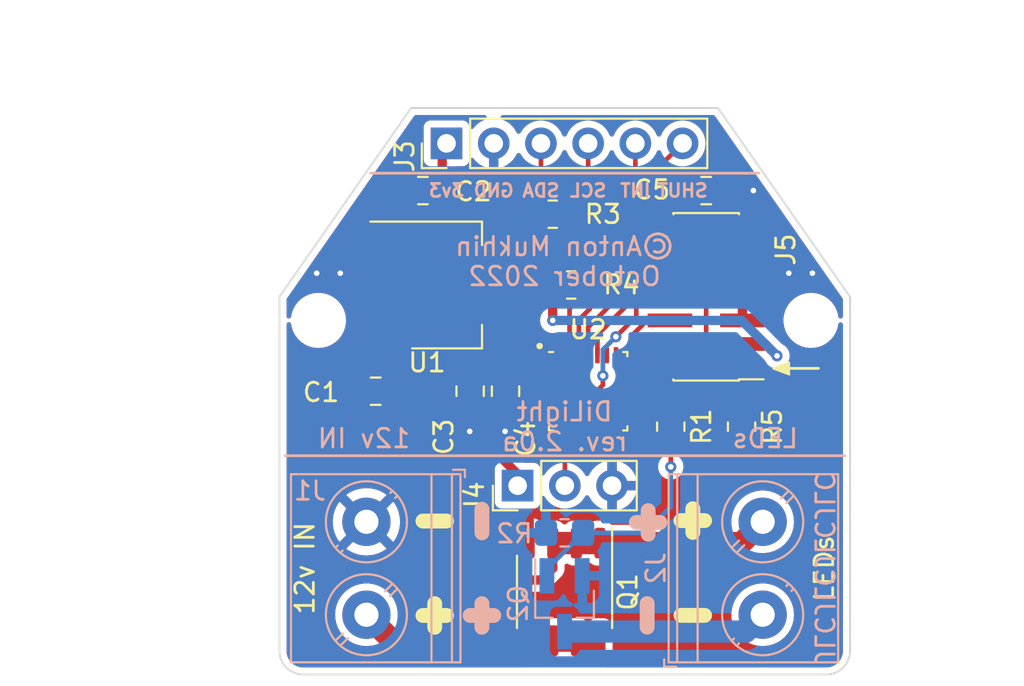
<source format=kicad_pcb>
(kicad_pcb (version 20211014) (generator pcbnew)
  (layers (0 "F.Cu" signal) (31 "B.Cu" signal) (34 "B.Paste" user) (35 "F.Paste" user) (36 "B.SilkS" user "B.Silkscreen") (37 "F.SilkS" user "F.Silkscreen") (38 "B.Mask" user) (39 "F.Mask" user) (44 "Edge.Cuts" user))
  (net 0 "")
  (net 1 "+12V")
  (net 2 "GND")
  (net 3 "+3V3")
  (net 4 "NRST")
  (net 5 "Net-(J1-Pad2)")
  (net 6 "Net-(J2-Pad1)")
  (net 7 "Sens_SDA")
  (net 8 "Sens_SCL")
  (net 9 "Sens_INT")
  (net 10 "Sens_SHUT")
  (net 11 "Btn_INT")
  (net 14 "SWDIO")
  (net 15 "SWCLK")
  (net 19 "Net-(J5-Pad11)")
  (net 22 "Net-(Q2-Pad1)")
  (net 23 "Net-(R1-Pad1)")
  (footprint "Connector_PinHeader_2.54mm:PinHeader_1x03_P2.54mm_Vertical" (layer "F.Cu") (at 33.035 36.83 90)
    (fp_text reference "J4" (at -0.635 -2.33 90) (layer "F.SilkS"))
    (fp_text value "Touch")
    (fp_line (start -1.33 0) (end -1.33 -1.33) (layer "F.SilkS") (width 0.12))
    (fp_line (start 1.33 1.27) (end 1.33 6.41) (layer "F.SilkS") (width 0.12))
    (fp_line (start -1.33 1.27) (end 1.33 1.27) (layer "F.SilkS") (width 0.12))
    (fp_line (start -1.33 -1.33) (end 0 -1.33) (layer "F.SilkS") (width 0.12))
    (fp_line (start -1.33 6.41) (end 1.33 6.41) (layer "F.SilkS") (width 0.12))
    (fp_line (start -1.33 1.27) (end -1.33 6.41) (layer "F.SilkS") (width 0.12))
    (pad "1" thru_hole rect (at 0 0 90) (size 1.7 1.7) (drill 1) (layers *.Cu *.Mask) (net 3 "+3V3"))
    (pad "2" thru_hole oval (at 0 2.54 90) (size 1.7 1.7) (drill 1) (layers *.Cu *.Mask) (net 11 "Btn_INT"))
    (pad "3" thru_hole oval (at 0 5.08 90) (size 1.7 1.7) (drill 1) (layers *.Cu *.Mask) (net 2 "GND"))
  )
  (footprint "Capacitor_SMD:C_0805_2012Metric_Pad1.18x1.45mm_HandSolder" (layer "F.Cu") (at 25.4 31.75 180)
    (fp_text reference "C1" (at 2.94 -0.06) (layer "F.SilkS"))
    (fp_text value "10u")
    (fp_line (start -0.261252 -0.735) (end 0.261252 -0.735) (layer "F.SilkS") (width 0.12))
    (fp_line (start -0.261252 0.735) (end 0.261252 0.735) (layer "F.SilkS") (width 0.12))
    (pad "1" smd roundrect (at -1.0375 0 180) (size 1.175 1.45) (layers "F.Cu" "F.Paste" "F.Mask") (roundrect_rratio 0.212766) (net 1 "+12V"))
    (pad "2" smd roundrect (at 1.0375 0 180) (size 1.175 1.45) (layers "F.Cu" "F.Paste" "F.Mask") (roundrect_rratio 0.212766) (net 2 "GND"))
  )
  (footprint "MountingHole:MountingHole_2.2mm_M2_DIN965" (layer "F.Cu") (at 22.32 27.94)
    (fp_text reference "H1" hide)
    (fp_text value "M2")
    (pad "" np_thru_hole circle (at 0 0) (size 2.2 2.2) (drill 2.2) (layers *.Cu *.Mask))
  )
  (footprint "Connector_PinHeader_1.27mm:PinHeader_2x07_P1.27mm_Vertical_SMD" (layer "F.Cu") (at 43.18 26.67 180)
    (fp_text reference "J5" (at -4.28 2.54 90) (layer "F.SilkS"))
    (fp_text value "ST Link V3")
    (fp_line (start -1.765 4.44) (end -1.765 4.505) (layer "F.SilkS") (width 0.12))
    (fp_line (start 1.765 4.44) (end 1.765 4.505) (layer "F.SilkS") (width 0.12))
    (fp_line (start -1.765 -4.505) (end 1.765 -4.505) (layer "F.SilkS") (width 0.12))
    (fp_line (start -1.765 -4.505) (end -1.765 -4.44) (layer "F.SilkS") (width 0.12))
    (fp_line (start 1.765 -4.505) (end 1.765 -4.44) (layer "F.SilkS") (width 0.12))
    (fp_line (start -1.765 4.505) (end 1.765 4.505) (layer "F.SilkS") (width 0.12))
    (fp_line (start -3.09 -4.44) (end -1.765 -4.44) (layer "F.SilkS") (width 0.12))
    (pad "1" smd rect (at -1.95 -3.81 180) (size 2.4 0.74) (layers "F.Cu" "F.Paste" "F.Mask"))
    (pad "2" smd rect (at 1.95 -3.81 180) (size 2.4 0.74) (layers "F.Cu" "F.Paste" "F.Mask"))
    (pad "3" smd rect (at -1.95 -2.54 180) (size 2.4 0.74) (layers "F.Cu" "F.Paste" "F.Mask") (net 3 "+3V3"))
    (pad "4" smd rect (at 1.95 -2.54 180) (size 2.4 0.74) (layers "F.Cu" "F.Paste" "F.Mask") (net 14 "SWDIO"))
    (pad "5" smd rect (at -1.95 -1.27 180) (size 2.4 0.74) (layers "F.Cu" "F.Paste" "F.Mask") (net 2 "GND"))
    (pad "6" smd rect (at 1.95 -1.27 180) (size 2.4 0.74) (layers "F.Cu" "F.Paste" "F.Mask") (net 15 "SWCLK"))
    (pad "7" smd rect (at -1.95 0 180) (size 2.4 0.74) (layers "F.Cu" "F.Paste" "F.Mask") (net 2 "GND"))
    (pad "8" smd rect (at 1.95 0 180) (size 2.4 0.74) (layers "F.Cu" "F.Paste" "F.Mask"))
    (pad "9" smd rect (at -1.95 1.27 180) (size 2.4 0.74) (layers "F.Cu" "F.Paste" "F.Mask"))
    (pad "10" smd rect (at 1.95 1.27 180) (size 2.4 0.74) (layers "F.Cu" "F.Paste" "F.Mask"))
    (pad "11" smd rect (at -1.95 2.54 180) (size 2.4 0.74) (layers "F.Cu" "F.Paste" "F.Mask") (net 19 "Net-(J5-Pad11)"))
    (pad "12" smd rect (at 1.95 2.54 180) (size 2.4 0.74) (layers "F.Cu" "F.Paste" "F.Mask") (net 4 "NRST"))
    (pad "13" smd rect (at -1.95 3.81 180) (size 2.4 0.74) (layers "F.Cu" "F.Paste" "F.Mask"))
    (pad "14" smd rect (at 1.95 3.81 180) (size 2.4 0.74) (layers "F.Cu" "F.Paste" "F.Mask"))
  )
  (footprint "Package_DFN_QFN:QFN-28_4x4mm_P0.5mm" (layer "F.Cu") (at 36.83 31.75)
    (fp_text reference "U2" (at 0 -3.32) (layer "F.SilkS"))
    (fp_text value "STM32G031G8Ux")
    (fp_line (start -1.885 2.11) (end -2.11 2.11) (layer "F.SilkS") (width 0.12))
    (fp_line (start 2.11 -2.11) (end 2.11 -1.885) (layer "F.SilkS") (width 0.12))
    (fp_line (start 1.885 2.11) (end 2.11 2.11) (layer "F.SilkS") (width 0.12))
    (fp_line (start 1.885 -2.11) (end 2.11 -2.11) (layer "F.SilkS") (width 0.12))
    (fp_line (start 2.11 2.11) (end 2.11 1.885) (layer "F.SilkS") (width 0.12))
    (fp_line (start -2.11 2.11) (end -2.11 1.885) (layer "F.SilkS") (width 0.12))
    (fp_line (start -1.885 -2.11) (end -2.11 -2.11) (layer "F.SilkS") (width 0.12))
    (pad "1" smd custom (at -1.9975 -1.5) (size 0.136863 0.136863) (layers "F.Cu" "F.Paste" "F.Mask") (options (clearance outline) (anchor circle)) (primitives (gr_poly (pts (xy 0.3325 0.05364) (xy 0.3325 0.08) (xy -0.3325 0.08) (xy -0.3325 -0.08) (xy 0.19886 -0.08)) (width 0.09) (fill yes))))
    (pad "2" smd roundrect (at -1.9375 -1) (size 0.875 0.25) (layers "F.Cu" "F.Paste" "F.Mask"))
    (pad "3" smd roundrect (at -1.9375 -0.5) (size 0.875 0.25) (layers "F.Cu" "F.Paste" "F.Mask") (net 3 "+3V3"))
    (pad "4" smd roundrect (at -1.9375 0) (size 0.875 0.25) (layers "F.Cu" "F.Paste" "F.Mask") (net 2 "GND"))
    (pad "5" smd roundrect (at -1.9375 0.5) (size 0.875 0.25) (layers "F.Cu" "F.Paste" "F.Mask") (net 4 "NRST"))
    (pad "6" smd roundrect (at -1.9375 1) (size 0.875 0.25) (layers "F.Cu" "F.Paste" "F.Mask") (net 11 "Btn_INT"))
    (pad "7" smd custom (at -1.9975 1.5) (size 0.136863 0.136863) (layers "F.Cu" "F.Paste" "F.Mask") (options (clearance outline) (anchor circle)) (primitives (gr_poly (pts (xy 0.3325 -0.05364) (xy 0.19886 0.08) (xy -0.3325 0.08) (xy -0.3325 -0.08) (xy 0.3325 -0.08)) (width 0.09) (fill yes))))
    (pad "8" smd custom (at -1.5 1.9975) (size 0.136863 0.136863) (layers "F.Cu" "F.Paste" "F.Mask") (options (clearance outline) (anchor circle)) (primitives (gr_poly (pts (xy 0.08 0.3325) (xy -0.08 0.3325) (xy -0.08 -0.19886) (xy 0.05364 -0.3325) (xy 0.08 -0.3325)) (width 0.09) (fill yes))))
    (pad "9" smd roundrect (at -1 1.9375) (size 0.25 0.875) (layers "F.Cu" "F.Paste" "F.Mask"))
    (pad "10" smd roundrect (at -0.5 1.9375) (size 0.25 0.875) (layers "F.Cu" "F.Paste" "F.Mask"))
    (pad "11" smd roundrect (at 0 1.9375) (size 0.25 0.875) (layers "F.Cu" "F.Paste" "F.Mask"))
    (pad "12" smd roundrect (at 0.5 1.9375) (size 0.25 0.875) (layers "F.Cu" "F.Paste" "F.Mask"))
    (pad "13" smd roundrect (at 1 1.9375) (size 0.25 0.875) (layers "F.Cu" "F.Paste" "F.Mask"))
    (pad "14" smd custom (at 1.5 1.9975) (size 0.136863 0.136863) (layers "F.Cu" "F.Paste" "F.Mask") (options (clearance outline) (anchor circle)) (primitives (gr_poly (pts (xy 0.08 -0.19886) (xy 0.08 0.3325) (xy -0.08 0.3325) (xy -0.08 -0.3325) (xy -0.05364 -0.3325)) (width 0.09) (fill yes))))
    (pad "15" smd custom (at 1.9975 1.5) (size 0.136863 0.136863) (layers "F.Cu" "F.Paste" "F.Mask") (options (clearance outline) (anchor circle)) (primitives (gr_poly (pts (xy 0.3325 0.08) (xy -0.19886 0.08) (xy -0.3325 -0.05364) (xy -0.3325 -0.08) (xy 0.3325 -0.08)) (width 0.09) (fill yes))))
    (pad "16" smd roundrect (at 1.9375 1) (size 0.875 0.25) (layers "F.Cu" "F.Paste" "F.Mask"))
    (pad "17" smd roundrect (at 1.9375 0.5) (size 0.875 0.25) (layers "F.Cu" "F.Paste" "F.Mask") (net 23 "Net-(R1-Pad1)"))
    (pad "18" smd roundrect (at 1.9375 0) (size 0.875 0.25) (layers "F.Cu" "F.Paste" "F.Mask"))
    (pad "19" smd roundrect (at 1.9375 -0.5) (size 0.875 0.25) (layers "F.Cu" "F.Paste" "F.Mask"))
    (pad "20" smd roundrect (at 1.9375 -1) (size 0.875 0.25) (layers "F.Cu" "F.Paste" "F.Mask") (net 14 "SWDIO"))
    (pad "21" smd custom (at 1.9975 -1.5) (size 0.136863 0.136863) (layers "F.Cu" "F.Paste" "F.Mask") (net 15 "SWCLK") (options (clearance outline) (anchor circle)) (primitives (gr_poly (pts (xy 0.3325 0.08) (xy -0.3325 0.08) (xy -0.3325 0.05364) (xy -0.19886 -0.08) (xy 0.3325 -0.08)) (width 0.09) (fill yes))))
    (pad "22" smd custom (at 1.5 -1.9975) (size 0.136863 0.136863) (layers "F.Cu" "F.Paste" "F.Mask") (options (clearance outline) (anchor circle)) (primitives (gr_poly (pts (xy 0.08 0.19886) (xy -0.05364 0.3325) (xy -0.08 0.3325) (xy -0.08 -0.3325) (xy 0.08 -0.3325)) (width 0.09) (fill yes))))
    (pad "23" smd roundrect (at 1 -1.9375) (size 0.25 0.875) (layers "F.Cu" "F.Paste" "F.Mask"))
    (pad "24" smd roundrect (at 0.5 -1.9375) (size 0.25 0.875) (layers "F.Cu" "F.Paste" "F.Mask") (net 10 "Sens_SHUT"))
    (pad "25" smd roundrect (at 0 -1.9375) (size 0.25 0.875) (layers "F.Cu" "F.Paste" "F.Mask") (net 9 "Sens_INT"))
    (pad "26" smd roundrect (at -0.5 -1.9375) (size 0.25 0.875) (layers "F.Cu" "F.Paste" "F.Mask") (net 8 "Sens_SCL"))
    (pad "27" smd roundrect (at -1 -1.9375) (size 0.25 0.875) (layers "F.Cu" "F.Paste" "F.Mask") (net 7 "Sens_SDA"))
    (pad "28" smd custom (at -1.5 -1.9975) (size 0.136863 0.136863) (layers "F.Cu" "F.Paste" "F.Mask") (options (clearance outline) (anchor circle)) (primitives (gr_poly (pts (xy 0.08 0.3325) (xy 0.05364 0.3325) (xy -0.08 0.19886) (xy -0.08 -0.3325) (xy 0.08 -0.3325)) (width 0.09) (fill yes))))
  )
  (footprint "Capacitor_SMD:C_0805_2012Metric_Pad1.18x1.45mm_HandSolder" (layer "F.Cu") (at 30.48 31.75 -90)
    (fp_text reference "C3" (at 2.46 1.42 90) (layer "F.SilkS"))
    (fp_text value "4u7")
    (fp_line (start -0.261252 -0.735) (end 0.261252 -0.735) (layer "F.SilkS") (width 0.12))
    (fp_line (start -0.261252 0.735) (end 0.261252 0.735) (layer "F.SilkS") (width 0.12))
    (pad "1" smd roundrect (at -1.0375 0 270) (size 1.175 1.45) (layers "F.Cu" "F.Paste" "F.Mask") (roundrect_rratio 0.212766) (net 3 "+3V3"))
    (pad "2" smd roundrect (at 1.0375 0 270) (size 1.175 1.45) (layers "F.Cu" "F.Paste" "F.Mask") (roundrect_rratio 0.212766) (net 2 "GND"))
  )
  (footprint "Resistor_SMD:R_0805_2012Metric_Pad1.20x1.40mm_HandSolder" (layer "F.Cu") (at 41.275 33.655 -90)
    (fp_text reference "R1" (at 0 -1.65 90) (layer "F.SilkS"))
    (fp_text value "100")
    (fp_line (start -0.227064 -0.735) (end 0.227064 -0.735) (layer "F.SilkS") (width 0.12))
    (fp_line (start -0.227064 0.735) (end 0.227064 0.735) (layer "F.SilkS") (width 0.12))
    (pad "1" smd roundrect (at -1 0 270) (size 1.2 1.4) (layers "F.Cu" "F.Paste" "F.Mask") (roundrect_rratio 0.208333) (net 23 "Net-(R1-Pad1)"))
    (pad "2" smd roundrect (at 1 0 270) (size 1.2 1.4) (layers "F.Cu" "F.Paste" "F.Mask") (roundrect_rratio 0.208333) (net 22 "Net-(Q2-Pad1)"))
  )
  (footprint "Capacitor_SMD:C_0805_2012Metric_Pad1.18x1.45mm_HandSolder" (layer "F.Cu") (at 43.18 20.955)
    (fp_text reference "C5" (at -2.92 -0.045) (layer "F.SilkS"))
    (fp_text value "100n")
    (fp_line (start -0.261252 -0.735) (end 0.261252 -0.735) (layer "F.SilkS") (width 0.12))
    (fp_line (start -0.261252 0.735) (end 0.261252 0.735) (layer "F.SilkS") (width 0.12))
    (pad "1" smd roundrect (at -1.0375 0) (size 1.175 1.45) (layers "F.Cu" "F.Paste" "F.Mask") (roundrect_rratio 0.212766) (net 4 "NRST"))
    (pad "2" smd roundrect (at 1.0375 0) (size 1.175 1.45) (layers "F.Cu" "F.Paste" "F.Mask") (roundrect_rratio 0.212766) (net 2 "GND"))
  )
  (footprint "Package_TO_SOT_SMD:SOT-223-3_TabPin2" (layer "F.Cu") (at 29.21 26.035)
    (fp_text reference "U1" (at -1.05 4.175) (layer "F.SilkS"))
    (fp_text value "AMS1117-3.3")
    (fp_line (start 1.91 3.41) (end 1.91 2.15) (layer "F.SilkS") (width 0.12))
    (fp_line (start 1.91 -3.41) (end 1.91 -2.15) (layer "F.SilkS") (width 0.12))
    (fp_line (start -4.1 -3.41) (end 1.91 -3.41) (layer "F.SilkS") (width 0.12))
    (fp_line (start -1.85 3.41) (end 1.91 3.41) (layer "F.SilkS") (width 0.12))
    (pad "1" smd rect (at -3.15 -2.3) (size 2 1.5) (layers "F.Cu" "F.Paste" "F.Mask") (net 2 "GND"))
    (pad "2" smd rect (at 3.15 0) (size 2 3.8) (layers "F.Cu" "F.Paste" "F.Mask") (net 3 "+3V3"))
    (pad "2" smd rect (at -3.15 0) (size 2 1.5) (layers "F.Cu" "F.Paste" "F.Mask") (net 3 "+3V3"))
    (pad "3" smd rect (at -3.15 2.3) (size 2 1.5) (layers "F.Cu" "F.Paste" "F.Mask") (net 1 "+12V"))
  )
  (footprint "Resistor_SMD:R_0805_2012Metric_Pad1.20x1.40mm_HandSolder" (layer "F.Cu") (at 34.925 22.225)
    (fp_text reference "R3" (at 2.695 0) (layer "F.SilkS"))
    (fp_text value "10k")
    (fp_line (start -0.227064 -0.735) (end 0.227064 -0.735) (layer "F.SilkS") (width 0.12))
    (fp_line (start -0.227064 0.735) (end 0.227064 0.735) (layer "F.SilkS") (width 0.12))
    (pad "1" smd roundrect (at -1 0) (size 1.2 1.4) (layers "F.Cu" "F.Paste" "F.Mask") (roundrect_rratio 0.208333) (net 3 "+3V3"))
    (pad "2" smd roundrect (at 1 0) (size 1.2 1.4) (layers "F.Cu" "F.Paste" "F.Mask") (roundrect_rratio 0.208333) (net 7 "Sens_SDA"))
  )
  (footprint "Resistor_SMD:R_0805_2012Metric_Pad1.20x1.40mm_HandSolder" (layer "F.Cu") (at 35.92 26.035)
    (fp_text reference "R4" (at 2.7 -0.015) (layer "F.SilkS"))
    (fp_text value "10k")
    (fp_line (start -0.227064 0.735) (end 0.227064 0.735) (layer "F.SilkS") (width 0.12))
    (fp_line (start -0.227064 -0.735) (end 0.227064 -0.735) (layer "F.SilkS") (width 0.12))
    (pad "1" smd roundrect (at -1 0) (size 1.2 1.4) (layers "F.Cu" "F.Paste" "F.Mask") (roundrect_rratio 0.208333) (net 3 "+3V3"))
    (pad "2" smd roundrect (at 1 0) (size 1.2 1.4) (layers "F.Cu" "F.Paste" "F.Mask") (roundrect_rratio 0.208333) (net 8 "Sens_SCL"))
  )
  (footprint "MountingHole:MountingHole_2.2mm_M2_DIN965" (layer "F.Cu") (at 48.82 27.94)
    (fp_text reference "H2" hide)
    (fp_text value "M2")
    (pad "" np_thru_hole circle (at 0 0) (size 2.2 2.2) (drill 2.2) (layers *.Cu *.Mask))
  )
  (footprint "Capacitor_SMD:C_0805_2012Metric_Pad1.18x1.45mm_HandSolder" (layer "F.Cu") (at 32.385 31.75 -90)
    (fp_text reference "C4" (at 2.56 -1.075 90) (layer "F.SilkS"))
    (fp_text value "100n")
    (fp_line (start -0.261252 -0.735) (end 0.261252 -0.735) (layer "F.SilkS") (width 0.12))
    (fp_line (start -0.261252 0.735) (end 0.261252 0.735) (layer "F.SilkS") (width 0.12))
    (pad "1" smd roundrect (at -1.0375 0 270) (size 1.175 1.45) (layers "F.Cu" "F.Paste" "F.Mask") (roundrect_rratio 0.212766) (net 3 "+3V3"))
    (pad "2" smd roundrect (at 1.0375 0 270) (size 1.175 1.45) (layers "F.Cu" "F.Paste" "F.Mask") (roundrect_rratio 0.212766) (net 2 "GND"))
  )
  (footprint "Connector_PinHeader_2.54mm:PinHeader_1x06_P2.54mm_Vertical" (layer "F.Cu") (at 29.21 18.415 90)
    (fp_text reference "J3" (at -0.695 -2.25 90) (layer "F.SilkS"))
    (fp_text value "Sensor")
    (fp_line (start -1.33 -1.33) (end 0 -1.33) (layer "F.SilkS") (width 0.12))
    (fp_line (start -1.33 1.27) (end -1.33 14.03) (layer "F.SilkS") (width 0.12))
    (fp_line (start 1.33 1.27) (end 1.33 14.03) (layer "F.SilkS") (width 0.12))
    (fp_line (start -1.33 14.03) (end 1.33 14.03) (layer "F.SilkS") (width 0.12))
    (fp_line (start -1.33 0) (end -1.33 -1.33) (layer "F.SilkS") (width 0.12))
    (fp_line (start -1.33 1.27) (end 1.33 1.27) (layer "F.SilkS") (width 0.12))
    (pad "1" thru_hole rect (at 0 0 90) (size 1.7 1.7) (drill 1) (layers *.Cu *.Mask) (net 3 "+3V3"))
    (pad "2" thru_hole oval (at 0 2.54 90) (size 1.7 1.7) (drill 1) (layers *.Cu *.Mask) (net 2 "GND"))
    (pad "3" thru_hole oval (at 0 5.08 90) (size 1.7 1.7) (drill 1) (layers *.Cu *.Mask) (net 7 "Sens_SDA"))
    (pad "4" thru_hole oval (at 0 7.62 90) (size 1.7 1.7) (drill 1) (layers *.Cu *.Mask) (net 8 "Sens_SCL"))
    (pad "5" thru_hole oval (at 0 10.16 90) (size 1.7 1.7) (drill 1) (layers *.Cu *.Mask) (net 9 "Sens_INT"))
    (pad "6" thru_hole oval (at 0 12.7 90) (size 1.7 1.7) (drill 1) (layers *.Cu *.Mask) (net 10 "Sens_SHUT"))
  )
  (footprint "Capacitor_SMD:C_0805_2012Metric_Pad1.18x1.45mm_HandSolder" (layer "F.Cu") (at 27.94 20.955 180)
    (fp_text reference "C2" (at -2.72 -0.055) (layer "F.SilkS"))
    (fp_text value "10u")
    (fp_line (start -0.261252 -0.735) (end 0.261252 -0.735) (layer "F.SilkS") (width 0.12))
    (fp_line (start -0.261252 0.735) (end 0.261252 0.735) (layer "F.SilkS") (width 0.12))
    (pad "1" smd roundrect (at -1.0375 0 180) (size 1.175 1.45) (layers "F.Cu" "F.Paste" "F.Mask") (roundrect_rratio 0.212766) (net 3 "+3V3"))
    (pad "2" smd roundrect (at 1.0375 0 180) (size 1.175 1.45) (layers "F.Cu" "F.Paste" "F.Mask") (roundrect_rratio 0.212766) (net 2 "GND"))
  )
  (footprint "Resistor_SMD:R_0805_2012Metric_Pad1.20x1.40mm_HandSolder" (layer "F.Cu") (at 45.085 33.655 -90)
    (fp_text reference "R5" (at 0 -1.65 90) (layer "F.SilkS"))
    (fp_text value "100")
    (fp_line (start -0.227064 -0.735) (end 0.227064 -0.735) (layer "F.SilkS") (width 0.12))
    (fp_line (start -0.227064 0.735) (end 0.227064 0.735) (layer "F.SilkS") (width 0.12))
    (pad "1" smd roundrect (at -1 0 270) (size 1.2 1.4) (layers "F.Cu" "F.Paste" "F.Mask") (roundrect_rratio 0.208333) (net 19 "Net-(J5-Pad11)"))
    (pad "2" smd roundrect (at 1 0 270) (size 1.2 1.4) (layers "F.Cu" "F.Paste" "F.Mask") (roundrect_rratio 0.208333) (net 2 "GND"))
  )
  (footprint "my_additions:SOP-8_PMOS_GDS" (layer "F.Cu") (at 35.56 42.545 -90)
    (fp_text reference "Q1" (at 0 -3.4 90) (layer "F.SilkS"))
    (fp_text value "AP4435C")
    (fp_line (start 0 2.56) (end -1.95 2.56) (layer "F.SilkS") (width 0.12))
    (fp_line (start 0 -2.56) (end -3.45 -2.56) (layer "F.SilkS") (width 0.12))
    (fp_line (start 0 2.56) (end 1.95 2.56) (layer "F.SilkS") (width 0.12))
    (fp_line (start 0 -2.56) (end 1.95 -2.56) (layer "F.SilkS") (width 0.12))
    (pad "1" smd roundrect (at -2.625 1.905 270) (size 1.65 0.6) (layers "F.Cu" "F.Paste" "F.Mask") (net 2 "GND"))
    (pad "2" smd roundrect (at 2.625 -0.635 270) (size 1.65 0.6) (layers "F.Cu" "F.Paste" "F.Mask") (net 5 "Net-(J1-Pad2)"))
    (pad "2" smd roundrect (at 2.625 1.905 270) (size 1.65 0.6) (layers "F.Cu" "F.Paste" "F.Mask") (net 5 "Net-(J1-Pad2)"))
    (pad "2" smd roundrect (at 2.625 0.635 270) (size 1.65 0.6) (layers "F.Cu" "F.Paste" "F.Mask") (net 5 "Net-(J1-Pad2)"))
    (pad "2" smd roundrect (at 2.625 -1.905 270) (size 1.65 0.6) (layers "F.Cu" "F.Paste" "F.Mask") (net 5 "Net-(J1-Pad2)"))
    (pad "3" smd roundrect (at -2.625 -1.905 270) (size 1.65 0.6) (layers "F.Cu" "F.Paste" "F.Mask") (net 1 "+12V"))
    (pad "3" smd roundrect (at -2.625 -0.635 270) (size 1.65 0.6) (layers "F.Cu" "F.Paste" "F.Mask") (net 1 "+12V"))
    (pad "3" smd roundrect (at -2.625 0.635 270) (size 1.65 0.6) (layers "F.Cu" "F.Paste" "F.Mask") (net 1 "+12V"))
  )
  (footprint "TerminalBlock_Phoenix:TerminalBlock_Phoenix_PT-1,5-2-5.0-H_1x02_P5.00mm_Horizontal" (layer "B.Cu") (at 46.22 43.775 90)
    (fp_text reference "J2" (at 2.5 -5.75006 270) (layer "B.SilkS") (effects (justify mirror)))
    (fp_text value "LED strip")
    (fp_line (start -2.56 -4.6) (end 7.56 -4.6) (layer "B.SilkS") (width 0.12))
    (fp_line (start -2.8 -5.3) (end -2.4 -5.3) (layer "B.SilkS") (width 0.12))
    (fp_line (start -2.56 -5.06) (end 7.56 -5.06) (layer "B.SilkS") (width 0.12))
    (fp_line (start 6.388 1.654) (end 6.008 1.274) (layer "B.SilkS") (width 0.12))
    (fp_line (start 1.654 1.388) (end 1.547 1.281) (layer "B.SilkS") (width 0.12))
    (fp_line (start -2.56 4.06) (end -2.56 -5.06) (layer "B.SilkS") (width 0.12))
    (fp_line (start -1.282 -1.547) (end -1.388 -1.654) (layer "B.SilkS") (width 0.12))
    (fp_line (start 6.654 1.388) (end 6.259 0.992) (layer "B.SilkS") (width 0.12))
    (fp_line (start 1.388 1.654) (end 1.281 1.547) (layer "B.SilkS") (width 0.12))
    (fp_line (start -2.8 -4.66) (end -2.8 -5.3) (layer "B.SilkS") (width 0.12))
    (fp_line (start -2.56 4.06) (end 7.56 4.06) (layer "B.SilkS") (width 0.12))
    (fp_line (start -2.56 -3.5) (end 7.56 -3.5) (layer "B.SilkS") (width 0.12))
    (fp_line (start 3.993 -1.274) (end 3.613 -1.654) (layer "B.SilkS") (width 0.12))
    (fp_line (start -1.548 -1.281) (end -1.654 -1.388) (layer "B.SilkS") (width 0.12))
    (fp_line (start 3.742 -0.992) (end 3.347 -1.388) (layer "B.SilkS") (width 0.12))
    (fp_line (start 7.56 4.06) (end 7.56 -5.06) (layer "B.SilkS") (width 0.12))
    (fp_circle (center 0 0) (end 2.18 0) (layer "B.SilkS") (width 0.12) (fill none))
    (fp_circle (center 5 0) (end 7.18 0) (layer "B.SilkS") (width 0.12) (fill none))
    (pad "1" thru_hole circle (at 0 0 90) (size 2.6 2.6) (drill 1.3) (layers *.Cu *.Mask) (net 6 "Net-(J2-Pad1)"))
    (pad "2" thru_hole circle (at 5 0 90) (size 2.6 2.6) (drill 1.3) (layers *.Cu *.Mask) (net 1 "+12V"))
  )
  (footprint "TerminalBlock_Phoenix:TerminalBlock_Phoenix_PT-1,5-2-5.0-H_1x02_P5.00mm_Horizontal" (layer "B.Cu") (at 24.9 38.775 -90)
    (fp_text reference "J1" (at -1.665 3.04 180) (layer "B.SilkS") (effects (justify mirror)))
    (fp_text value "12V IN")
    (fp_line (start 3.742 -0.992) (end 3.347 -1.388) (layer "B.SilkS") (width 0.12))
    (fp_line (start -1.282 -1.547) (end -1.388 -1.654) (layer "B.SilkS") (width 0.12))
    (fp_line (start 7.56 4.06) (end 7.56 -5.06) (layer "B.SilkS") (width 0.12))
    (fp_line (start -2.56 -5.06) (end 7.56 -5.06) (layer "B.SilkS") (width 0.12))
    (fp_line (start -2.56 -4.6) (end 7.56 -4.6) (layer "B.SilkS") (width 0.12))
    (fp_line (start 1.388 1.654) (end 1.281 1.547) (layer "B.SilkS") (width 0.12))
    (fp_line (start -1.548 -1.281) (end -1.654 -1.388) (layer "B.SilkS") (width 0.12))
    (fp_line (start -2.56 4.06) (end -2.56 -5.06) (layer "B.SilkS") (width 0.12))
    (fp_line (start 6.654 1.388) (end 6.259 0.992) (layer "B.SilkS") (width 0.12))
    (fp_line (start -2.56 -3.5) (end 7.56 -3.5) (layer "B.SilkS") (width 0.12))
    (fp_line (start 3.993 -1.274) (end 3.613 -1.654) (layer "B.SilkS") (width 0.12))
    (fp_line (start -2.8 -4.66) (end -2.8 -5.3) (layer "B.SilkS") (width 0.12))
    (fp_line (start 6.388 1.654) (end 6.008 1.274) (layer "B.SilkS") (width 0.12))
    (fp_line (start 1.654 1.388) (end 1.547 1.281) (layer "B.SilkS") (width 0.12))
    (fp_line (start -2.8 -5.3) (end -2.4 -5.3) (layer "B.SilkS") (width 0.12))
    (fp_line (start -2.56 4.06) (end 7.56 4.06) (layer "B.SilkS") (width 0.12))
    (fp_circle (center 5 0) (end 7.18 0) (layer "B.SilkS") (width 0.12) (fill none))
    (fp_circle (center 0 0) (end 2.18 0) (layer "B.SilkS") (width 0.12) (fill none))
    (pad "1" thru_hole circle (at 0 0 270) (size 2.6 2.6) (drill 1.3) (layers *.Cu *.Mask) (net 2 "GND"))
    (pad "2" thru_hole circle (at 5 0 270) (size 2.6 2.6) (drill 1.3) (layers *.Cu *.Mask) (net 5 "Net-(J1-Pad2)"))
  )
  (footprint "Resistor_SMD:R_0805_2012Metric_Pad1.20x1.40mm_HandSolder" (layer "B.Cu") (at 35.56 39.37 180)
    (fp_text reference "R2" (at 2.7 -0.04) (layer "B.SilkS") (effects (justify mirror)))
    (fp_text value "10k")
    (fp_line (start -0.227064 -0.735) (end 0.227064 -0.735) (layer "B.SilkS") (width 0.12))
    (fp_line (start -0.227064 0.735) (end 0.227064 0.735) (layer "B.SilkS") (width 0.12))
    (pad "1" smd roundrect (at -1 0 180) (size 1.2 1.4) (layers "B.Cu" "B.Paste" "B.Mask") (roundrect_rratio 0.208333) (net 22 "Net-(Q2-Pad1)"))
    (pad "2" smd roundrect (at 1 0 180) (size 1.2 1.4) (layers "B.Cu" "B.Paste" "B.Mask") (roundrect_rratio 0.208333) (net 2 "GND"))
  )
  (footprint "Package_TO_SOT_SMD:SOT-23_Handsoldering" (layer "B.Cu") (at 35.56 43.18 -90)
    (fp_text reference "Q2" (at 0 2.5 90) (layer "B.SilkS") (effects (justify mirror)))
    (fp_text value "AO3400A")
    (fp_line (start 0.76 1.58) (end -2.4 1.58) (layer "B.SilkS") (width 0.12))
    (fp_line (start 0.76 -1.58) (end 0.76 -0.65) (layer "B.SilkS") (width 0.12))
    (fp_line (start 0.76 1.58) (end 0.76 0.65) (layer "B.SilkS") (width 0.12))
    (fp_line (start 0.76 -1.58) (end -0.7 -1.58) (layer "B.SilkS") (width 0.12))
    (pad "1" smd rect (at -1.5 0.95 270) (size 1.9 0.8) (layers "B.Cu" "B.Paste" "B.Mask") (net 22 "Net-(Q2-Pad1)"))
    (pad "2" smd rect (at -1.5 -0.95 270) (size 1.9 0.8) (layers "B.Cu" "B.Paste" "B.Mask") (net 2 "GND"))
    (pad "3" smd rect (at 1.5 0 270) (size 1.9 0.8) (layers "B.Cu" "B.Paste" "B.Mask") (net 6 "Net-(J2-Pad1)"))
  )
  (gr_line (start 40.005 43.175) (end 40.005 44.445) (layer "B.SilkS") (width 0.8))
  (gr_line (start 40.695 38.81) (end 39.425 38.81) (layer "B.SilkS") (width 0.8))
  (gr_line (start 31.115 38.1) (end 31.115 39.37) (layer "B.SilkS") (width 0.8))
  (gr_line (start 31.115 43.18) (end 31.115 44.45) (layer "B.SilkS") (width 0.8))
  (gr_line (start 40.06 38.175) (end 40.06 39.445) (layer "B.SilkS") (width 0.8))
  (gr_line (start 30.48 43.815) (end 31.75 43.815) (layer "B.SilkS") (width 0.8))
  (gr_line (start 25.12 20.02) (end 46.02 20.02) (layer "B.SilkS") (width 0.15))
  (gr_line (start 20.52 35.22) (end 50.62 35.22) (layer "B.SilkS") (width 0.15))
  (gr_line (start 27.94 43.815) (end 29.21 43.815) (layer "F.SilkS") (width 0.8))
  (gr_line (start 46.82 30.52) (end 49.22 30.52) (layer "F.SilkS") (width 0.15))
  (gr_poly (pts (xy 47.62 30.82) (xy 46.82 30.52) (xy 47.62 30.22)) (layer "F.SilkS") (width 0.15) (fill solid))
  (gr_line (start 41.825 43.81) (end 43.095 43.81) (layer "F.SilkS") (width 0.8))
  (gr_circle (center 34.22 29.32) (end 34.32 29.32) (layer "F.SilkS") (width 0.15) (fill solid))
  (gr_line (start 42.46 38.075) (end 42.46 39.345) (layer "F.SilkS") (width 0.8))
  (gr_line (start 27.94 38.735) (end 29.21 38.735) (layer "F.SilkS") (width 0.8))
  (gr_line (start 28.575 43.18) (end 28.575 44.45) (layer "F.SilkS") (width 0.8))
  (gr_line (start 43.095 38.71) (end 41.825 38.71) (layer "F.SilkS") (width 0.8))
  (gr_arc (start 21.49 46.99) (mid 20.591974 46.618026) (end 20.22 45.72) (layer "Edge.Cuts") (width 0.1))
  (gr_line (start 21.49 46.99) (end 49.65 46.99) (layer "Edge.Cuts") (width 0.1))
  (gr_line (start 43.815 16.51) (end 50.92 26.67) (layer "Edge.Cuts") (width 0.1))
  (gr_line (start 20.22 26.67) (end 27.305 16.51) (layer "Edge.Cuts") (width 0.1))
  (gr_arc (start 50.92 45.72) (mid 50.548026 46.618026) (end 49.65 46.99) (layer "Edge.Cuts") (width 0.1))
  (gr_line (start 27.305 16.51) (end 43.815 16.51) (layer "Edge.Cuts") (width 0.1))
  (gr_line (start 50.92 45.72) (end 50.92 26.67) (layer "Edge.Cuts") (width 0.1))
  (gr_line (start 20.22 45.72) (end 20.22 26.67) (layer "Edge.Cuts") (width 0.1))
  (gr_text "12v IN" (at 24.765 34.29) (layer "B.SilkS") (effects (font (size 1 1)) (justify mirror)))
  (gr_text "JLCJLCJLCJLC" (at 49.53 41.275 -90) (layer "B.SilkS") (effects (font (size 1 1)) (justify mirror)))
  (gr_text "©Anton Mukhin\nOctober 2022" (at 35.56 24.765) (layer "B.SilkS") (effects (font (size 1 1)) (justify mirror)))
  (gr_text "LEDs" (at 46.355 34.29) (layer "B.SilkS") (effects (font (size 1 1)) (justify mirror)))
  (gr_text "DiLight\nrev. 2.0a" (at 35.56 33.655) (layer "B.SilkS") (effects (font (size 1 1)) (justify mirror)))
  (gr_text "SDA" (at 34.29 20.955) (layer "B.SilkS") (effects (font (size 0.7 0.7)) (justify mirror)))
  (gr_text "3v3" (at 29.21 20.955) (layer "B.SilkS") (effects (font (size 0.7 0.7)) (justify mirror)))
  (gr_text "INT" (at 39.37 20.955) (layer "B.SilkS") (effects (font (size 0.7 0.7)) (justify mirror)))
  (gr_text "SCL" (at 36.83 20.955) (layer "B.SilkS") (effects (font (size 0.7 0.7)) (justify mirror)))
  (gr_text "SHUT" (at 41.91 20.955) (layer "B.SilkS") (effects (font (size 0.7 0.7)) (justify mirror)))
  (gr_text "GND" (at 31.75 20.955) (layer "B.SilkS") (effects (font (size 0.7 0.7)) (justify mirror)))
  (gr_text "LEDs" (at 49.53 41.275 90) (layer "F.SilkS") (effects (font (size 1 1))))
  (gr_text "12v IN" (at 21.59 41.275 90) (layer "F.SilkS") (effects (font (size 1 1))))
  (segment (start 26.4375 31.75) (end 26.4375 34.6925) (width 0.5) (layer "F.Cu") (net 1))
  (segment (start 45.075 39.92) (end 46.22 38.775) (width 1.2) (layer "F.Cu") (net 1))
  (segment (start 31.115 40.64) (end 32.385 41.91) (width 0.5) (layer "F.Cu") (net 1))
  (segment (start 26.4375 28.7125) (end 26.06 28.335) (width 0.5) (layer "F.Cu") (net 1))
  (segment (start 35.22 39.92) (end 45.075 39.92) (width 1.2) (layer "F.Cu") (net 1))
  (segment (start 31.115 39.37) (end 31.115 40.64) (width 0.5) (layer "F.Cu") (net 1))
  (segment (start 32.385 41.91) (end 34.29 41.91) (width 0.5) (layer "F.Cu") (net 1))
  (segment (start 34.925 41.275) (end 34.925 39.92) (width 0.5) (layer "F.Cu") (net 1))
  (segment (start 26.4375 31.75) (end 26.4375 28.7125) (width 0.5) (layer "F.Cu") (net 1))
  (segment (start 26.4375 34.6925) (end 31.115 39.37) (width 0.5) (layer "F.Cu") (net 1))
  (segment (start 34.29 41.91) (end 34.925 41.275) (width 0.5) (layer "F.Cu") (net 1))
  (segment (start 45.72 20.955) (end 44.2175 20.955) (width 0.5) (layer "F.Cu") (net 2))
  (segment (start 32.36 33.91) (end 32.36 32.8125) (width 0.5) (layer "F.Cu") (net 2))
  (segment (start 30.46 32.8075) (end 30.48 32.7875) (width 0.5) (layer "F.Cu") (net 2))
  (segment (start 33.99 31.75) (end 32.9525 32.7875) (width 0.25) (layer "F.Cu") (net 2))
  (segment (start 32.9525 32.7875) (end 32.385 32.7875) (width 0.25) (layer "F.Cu") (net 2))
  (segment (start 32.36 32.8125) (end 32.385 32.7875) (width 0.5) (layer "F.Cu") (net 2))
  (segment (start 34.8925 31.75) (end 33.99 31.75) (width 0.25) (layer "F.Cu") (net 2))
  (segment (start 30.46 33.91) (end 30.46 32.8075) (width 0.5) (layer "F.Cu") (net 2))
  (via (at 48.895 25.4) (size 0.6) (drill 0.3) (layers "F.Cu" "B.Cu") (net 2))
  (via (at 32.36 33.91) (size 0.6) (drill 0.3) (layers "F.Cu" "B.Cu") (net 2))
  (via (at 45.72 20.955) (size 0.6) (drill 0.3) (layers "F.Cu" "B.Cu") (net 2))
  (via (at 22.225 25.4) (size 0.6) (drill 0.3) (layers "F.Cu" "B.Cu") (net 2))
  (via (at 47.625 25.4) (size 0.6) (drill 0.3) (layers "F.Cu" "B.Cu") (net 2))
  (via (at 30.46 33.91) (size 0.6) (drill 0.3) (layers "F.Cu" "B.Cu") (net 2))
  (via (at 23.495 25.4) (size 0.6) (drill 0.3) (layers "F.Cu" "B.Cu") (net 2))
  (segment (start 34.61 39.42) (end 34.56 39.37) (width 0.25) (layer "B.Cu") (net 2))
  (segment (start 32.36 23.79) (end 33.925 22.225) (width 0.5) (layer "F.Cu") (net 3))
  (segment (start 34.8925 31.25) (end 33.95 31.25) (width 0.25) (layer "F.Cu") (net 3))
  (segment (start 34.92 26.035) (end 32.36 26.035) (width 0.5) (layer "F.Cu") (net 3))
  (segment (start 32.36 26.035) (end 32.36 23.79) (width 0.5) (layer "F.Cu") (net 3))
  (segment (start 28.9775 20.955) (end 28.9775 18.6475) (width 0.5) (layer "F.Cu") (net 3))
  (segment (start 28.575 31.75) (end 28.575 33.655) (width 0.5) (layer "F.Cu") (net 3))
  (segment (start 29.845 34.925) (end 31.75 34.925) (width 0.5) (layer "F.Cu") (net 3))
  (segment (start 34.92 26.035) (end 34.92 27.935) (width 0.5) (layer "F.Cu") (net 3))
  (segment (start 30.48 30.7125) (end 32.385 30.7125) (width 0.5) (layer "F.Cu") (net 3))
  (segment (start 34.92 27.935) (end 34.925 27.94) (width 0.5) (layer "F.Cu") (net 3))
  (segment (start 28.575 33.655) (end 29.845 34.925) (width 0.5) (layer "F.Cu") (net 3))
  (segment (start 33.035 36.21) (end 33.035 36.83) (width 0.5) (layer "F.Cu") (net 3))
  (segment (start 33.4125 30.7125) (end 32.385 30.7125) (width 0.25) (layer "F.Cu") (net 3))
  (segment (start 26.06 26.035) (end 32.36 26.035) (width 0.5) (layer "F.Cu") (net 3))
  (segment (start 32.36 30.6875) (end 32.385 30.7125) (width 0.5) (layer "F.Cu") (net 3))
  (segment (start 32.655 20.955) (end 33.925 22.225) (width 0.5) (layer "F.Cu") (net 3))
  (segment (start 30.48 30.7125) (end 29.6125 30.7125) (width 0.5) (layer "F.Cu") (net 3))
  (segment (start 32.36 26.035) (end 32.36 30.6875) (width 0.5) (layer "F.Cu") (net 3))
  (segment (start 28.9775 18.6475) (end 29.21 18.415) (width 0.5) (layer "F.Cu") (net 3))
  (segment (start 29.6125 30.7125) (end 28.575 31.75) (width 0.5) (layer "F.Cu") (net 3))
  (segment (start 46.99 29.845) (end 46.355 29.21) (width 0.5) (layer "F.Cu") (net 3))
  (segment (start 28.9775 20.955) (end 32.655 20.955) (width 0.5) (layer "F.Cu") (net 3))
  (segment (start 33.95 31.25) (end 33.4125 30.7125) (width 0.25) (layer "F.Cu") (net 3))
  (segment (start 46.355 29.21) (end 45.13 29.21) (width 0.5) (layer "F.Cu") (net 3))
  (segment (start 31.75 34.925) (end 33.035 36.21) (width 0.5) (layer "F.Cu") (net 3))
  (via (at 34.925 27.94) (size 0.6) (drill 0.3) (layers "F.Cu" "B.Cu") (net 3))
  (via (at 46.99 29.845) (size 0.6) (drill 0.3) (layers "F.Cu" "B.Cu") (net 3))
  (segment (start 45.085 27.94) (end 46.99 29.845) (width 0.5) (layer "B.Cu") (net 3))
  (segment (start 34.925 27.94) (end 45.085 27.94) (width 0.5) (layer "B.Cu") (net 3))
  (segment (start 36.79 32.25) (end 37.62 31.42) (width 0.25) (layer "F.Cu") (net 4))
  (segment (start 39.42 24.12) (end 39.43 24.13) (width 0.25) (layer "F.Cu") (net 4))
  (segment (start 40.685 20.955) (end 42.1425 20.955) (width 0.25) (layer "F.Cu") (net 4))
  (segment (start 39.42 22.22) (end 40.685 20.955) (width 0.25) (layer "F.Cu") (net 4))
  (segment (start 39.43 24.13) (end 41.23 24.13) (width 0.25) (layer "F.Cu") (net 4))
  (segment (start 34.8925 32.25) (end 36.79 32.25) (width 0.25) (layer "F.Cu") (net 4))
  (segment (start 39.42 27.72) (end 39.42 22.22) (width 0.25) (layer "F.Cu") (net 4))
  (segment (start 38.32 28.82) (end 39.42 27.72) (width 0.25) (layer "F.Cu") (net 4))
  (segment (start 37.62 31.42) (end 37.62 30.92) (width 0.25) (layer "F.Cu") (net 4))
  (via (at 38.32 28.82) (size 0.6) (drill 0.3) (layers "F.Cu" "B.Cu") (net 4))
  (via (at 37.62 30.92) (size 0.6) (drill 0.3) (layers "F.Cu" "B.Cu") (net 4))
  (segment (start 37.62 30.92) (end 37.62 29.52) (width 0.25) (layer "B.Cu") (net 4))
  (segment (start 37.62 29.52) (end 38.32 28.82) (width 0.25) (layer "B.Cu") (net 4))
  (segment (start 26.295 45.17) (end 24.9 43.775) (width 1.2) (layer "F.Cu") (net 5))
  (segment (start 37.12 45.17) (end 26.295 45.17) (width 1.2) (layer "F.Cu") (net 5))
  (segment (start 35.92 44.68) (end 45.315 44.68) (width 1.2) (layer "B.Cu") (net 6))
  (segment (start 45.315 44.68) (end 46.22 43.775) (width 1.2) (layer "B.Cu") (net 6))
  (segment (start 34.29 19.685) (end 34.29 18.415) (width 0.25) (layer "F.Cu") (net 7))
  (segment (start 35.83 27.31) (end 35.925 27.215) (width 0.25) (layer "F.Cu") (net 7))
  (segment (start 35.925 27.215) (end 35.925 22.225) (width 0.25) (layer "F.Cu") (net 7))
  (segment (start 35.925 22.225) (end 35.925 21.32) (width 0.25) (layer "F.Cu") (net 7))
  (segment (start 35.925 21.32) (end 34.29 19.685) (width 0.25) (layer "F.Cu") (net 7))
  (segment (start 35.83 29.8125) (end 35.83 27.31) (width 0.25) (layer "F.Cu") (net 7))
  (segment (start 36.83 19.73) (end 36.83 18.415) (width 0.25) (layer "F.Cu") (net 8))
  (segment (start 37.32 20.22) (end 36.83 19.73) (width 0.25) (layer "F.Cu") (net 8))
  (segment (start 37.32 23.32) (end 37.32 20.22) (width 0.25) (layer "F.Cu") (net 8))
  (segment (start 36.92 27.32) (end 36.92 26.035) (width 0.25) (layer "F.Cu") (net 8))
  (segment (start 36.92 23.72) (end 37.32 23.32) (width 0.25) (layer "F.Cu") (net 8))
  (segment (start 36.92 26.035) (end 36.92 23.72) (width 0.25) (layer "F.Cu") (net 8))
  (segment (start 36.33 29.8125) (end 36.33 27.91) (width 0.25) (layer "F.Cu") (net 8))
  (segment (start 36.33 27.91) (end 36.92 27.32) (width 0.25) (layer "F.Cu") (net 8))
  (segment (start 38.22 20.835) (end 39.37 19.685) (width 0.25) (layer "F.Cu") (net 9))
  (segment (start 36.83 29.8125) (end 36.83 28.31) (width 0.25) (layer "F.Cu") (net 9))
  (segment (start 38.22 26.92) (end 38.22 20.835) (width 0.25) (layer "F.Cu") (net 9))
  (segment (start 39.37 19.685) (end 39.37 18.415) (width 0.25) (layer "F.Cu") (net 9))
  (segment (start 36.83 28.31) (end 38.22 26.92) (width 0.25) (layer "F.Cu") (net 9))
  (segment (start 37.33 29.8125) (end 37.33 28.714188) (width 0.25) (layer "F.Cu") (net 10))
  (segment (start 38.82 21.505) (end 41.91 18.415) (width 0.25) (layer "F.Cu") (net 10))
  (segment (start 37.33 28.714188) (end 38.82 27.224188) (width 0.25) (layer "F.Cu") (net 10))
  (segment (start 38.82 27.224188) (end 38.82 21.505) (width 0.25) (layer "F.Cu") (net 10))
  (segment (start 34.19 32.75) (end 33.82 33.12) (width 0.25) (layer "F.Cu") (net 11))
  (segment (start 35.575 35.575) (end 35.575 36.83) (width 0.25) (layer "F.Cu") (net 11))
  (segment (start 34.8925 32.75) (end 34.19 32.75) (width 0.25) (layer "F.Cu") (net 11))
  (segment (start 33.82 33.12) (end 33.82 33.82) (width 0.25) (layer "F.Cu") (net 11))
  (segment (start 33.82 33.82) (end 35.575 35.575) (width 0.25) (layer "F.Cu") (net 11))
  (segment (start 39.62 30.506629) (end 39.62 29.62) (width 0.25) (layer "F.Cu") (net 14))
  (segment (start 40.03 29.21) (end 41.23 29.21) (width 0.25) (layer "F.Cu") (net 14))
  (segment (start 39.376629 30.75) (end 39.62 30.506629) (width 0.25) (layer "F.Cu") (net 14))
  (segment (start 38.7675 30.75) (end 39.376629 30.75) (width 0.25) (layer "F.Cu") (net 14))
  (segment (start 39.62 29.62) (end 40.03 29.21) (width 0.25) (layer "F.Cu") (net 14))
  (segment (start 40 27.94) (end 41.23 27.94) (width 0.25) (layer "F.Cu") (net 15))
  (segment (start 38.8275 30.25) (end 39.12 29.9575) (width 0.25) (layer "F.Cu") (net 15))
  (segment (start 39.12 28.82) (end 40 27.94) (width 0.25) (layer "F.Cu") (net 15))
  (segment (start 39.12 29.9575) (end 39.12 28.82) (width 0.25) (layer "F.Cu") (net 15))
  (segment (start 43.18 31.115) (end 44.72 32.655) (width 0.25) (layer "F.Cu") (net 19))
  (segment (start 44.72 32.655) (end 45.085 32.655) (width 0.25) (layer "F.Cu") (net 19))
  (segment (start 45.13 24.13) (end 43.815 24.13) (width 0.25) (layer "F.Cu") (net 19))
  (segment (start 43.815 24.13) (end 43.18 24.765) (width 0.25) (layer "F.Cu") (net 19))
  (segment (start 43.18 24.765) (end 43.18 31.115) (width 0.25) (layer "F.Cu") (net 19))
  (segment (start 41.275 35.82) (end 41.275 34.655) (width 0.25) (layer "F.Cu") (net 22))
  (via (at 41.275 35.82) (size 0.6) (drill 0.3) (layers "F.Cu" "B.Cu") (net 22))
  (segment (start 41.275 37.965) (end 39.87 39.37) (width 0.25) (layer "B.Cu") (net 22))
  (segment (start 34.61 41.32) (end 36.56 39.37) (width 0.25) (layer "B.Cu") (net 22))
  (segment (start 34.61 41.68) (end 34.61 41.32) (width 0.25) (layer "B.Cu") (net 22))
  (segment (start 39.87 39.37) (end 36.56 39.37) (width 0.25) (layer "B.Cu") (net 22))
  (segment (start 41.275 35.82) (end 41.275 37.965) (width 0.25) (layer "B.Cu") (net 22))
  (segment (start 40.87 32.25) (end 41.275 32.655) (width 0.25) (layer "F.Cu") (net 23))
  (segment (start 38.7675 32.25) (end 40.87 32.25) (width 0.25) (layer "F.Cu") (net 23))
  (zone (net 2) (net_name "GND") (layers F&B.Cu) (name "Ground") (connect_pads (clearance 0.381)) (min_thickness 0.254) (fill yes (thermal_gap 0.508) (thermal_bridge_width 0.508) (island_removal_mode 2) (island_area_min 2))
    (polygon (pts (xy 51.435 26.67) (xy 51.435 47.625) (xy 19.685 47.625) (xy 19.685 26.67) (xy 27.305 15.875) (xy 43.815 15.875)))
  )
)
</source>
